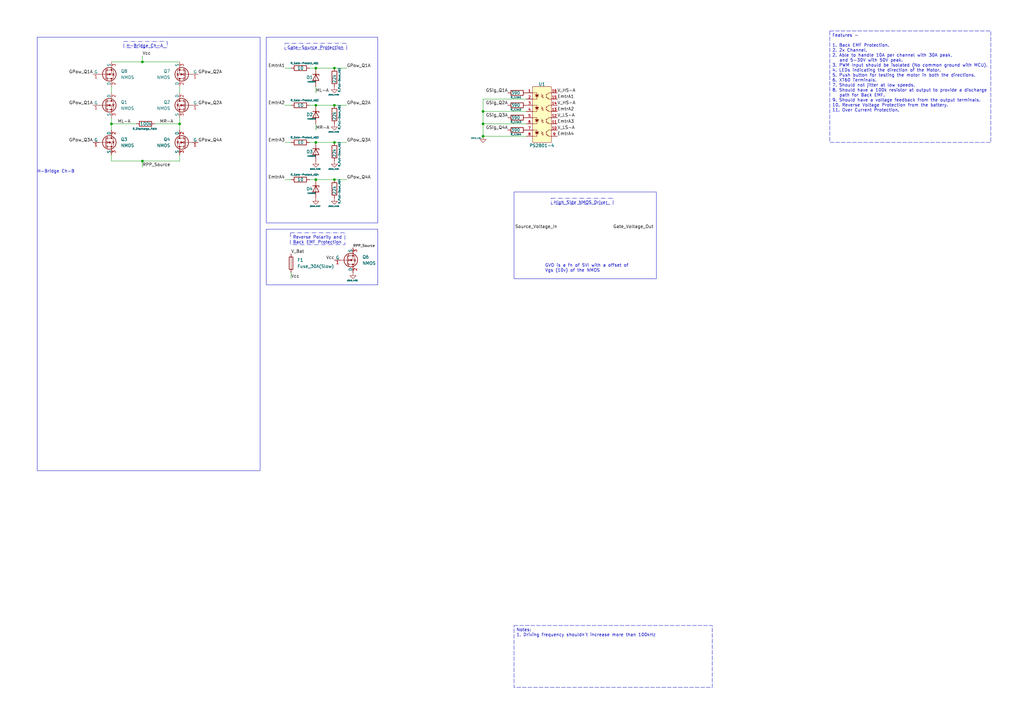
<source format=kicad_sch>
(kicad_sch (version 20230121) (generator eeschema)
  (paper "A3")
  (title_block (title "RM_Motor-Driver") (date "2023-06-29") (rev "V1") (company "RoboManipal"))
  (lib_symbols
    (symbol "Device:D_Zener" (pin_numbers hide) (pin_names (offset 1.016) hide)
      (property "Reference" "D" (at 0 2.54 0))
      (property "Value" "D_Zener" (at 0 -2.54 0))
      (symbol "D_Zener_0_1"
        (polyline (pts (xy 1.27 0) (xy -1.27 0)))
        (polyline (pts (xy -1.27 -1.27) (xy -1.27 1.27) (xy -0.762 1.27)) (stroke (width 0.254)))
        (polyline (pts (xy 1.27 -1.27) (xy 1.27 1.27) (xy -1.27 0) (xy 1.27 -1.27)) (stroke (width 0.254)))
      )
      (symbol "D_Zener_1_1"
        (pin passive line (at -3.81 0 0) (length 2.54) (name "K") (number "1"))
        (pin passive line (at 3.81 0 180) (length 2.54) (name "A") (number "2"))
      )
    )
    (symbol "Device:Fuse" (pin_numbers hide) (pin_names (offset 0))
      (property "Reference" "F" (at 2.032 0 90))
      (property "Value" "Fuse" (at -1.905 0 90))
      (symbol "Fuse_0_1"
        (rectangle (start -0.762 -2.54) (end 0.762 2.54) (stroke (width 0.254)))
        (polyline (pts (xy 0 2.54) (xy 0 -2.54)))
      )
      (symbol "Fuse_1_1"
        (pin passive line (at 0 3.81 270) (length 1.27) (name "~") (number "1"))
        (pin passive line (at 0 -3.81 90) (length 1.27) (name "~") (number "2"))
      )
    )
    (symbol "Device:R" (pin_numbers hide) (pin_names (offset 0))
      (property "Reference" "R" (at 2.032 0 90))
      (property "Value" "R" (at 0 0 90))
      (symbol "R_0_1"
        (rectangle (start -1.016 -2.54) (end 1.016 2.54) (stroke (width 0.254)))
      )
      (symbol "R_1_1"
        (pin passive line (at 0 3.81 270) (length 1.27) (name "~") (number "1"))
        (pin passive line (at 0 -3.81 90) (length 1.27) (name "~") (number "2"))
      )
    )
    (symbol "Tesla_Lib:NMOS" (pin_names (offset 0))
      (property "Reference" "Q" (at -2.54 5.08 0))
      (property "Value" "NMOS" (at 1.27 0 0))
      (symbol "NMOS_0_1"
        (circle (center -0.889 0) (radius 2.794) (stroke (width 0.254)))
        (circle (center 0 -1.778) (radius 0.254) (fill (type outline)))
        (polyline (pts (xy -2.286 0) (xy -5.08 0)))
        (polyline (pts (xy -2.286 1.905) (xy -2.286 -1.905)) (stroke (width 0.254)))
        (polyline (pts (xy -1.778 -1.27) (xy -1.778 -2.286)) (stroke (width 0.254)))
        (polyline (pts (xy -1.778 0.508) (xy -1.778 -0.508)) (stroke (width 0.254)))
        (polyline (pts (xy -1.778 2.286) (xy -1.778 1.27)) (stroke (width 0.254)))
        (polyline (pts (xy 0 2.54) (xy 0 1.778)))
        (polyline (pts (xy 0 -2.54) (xy 0 0) (xy -1.778 0)))
        (polyline (pts (xy -1.778 -1.778) (xy 0.762 -1.778) (xy 0.762 1.778) (xy -1.778 1.778)))
        (polyline (pts (xy -1.524 0) (xy -0.508 0.381) (xy -0.508 -0.381) (xy -1.524 0)) (fill (type outline)))
        (polyline (pts (xy 0.254 0.508) (xy 0.381 0.381) (xy 1.143 0.381) (xy 1.27 0.254)))
        (polyline (pts (xy 0.762 0.381) (xy 0.381 -0.254) (xy 1.143 -0.254) (xy 0.762 0.381)))
        (circle (center 0 1.778) (radius 0.254) (fill (type outline)))
      )
      (symbol "NMOS_1_1"
        (pin input line (at -7.62 0 0) (length 2.54) (name "G") (number "1"))
        (pin passive line (at 0 5.08 270) (length 2.54) (name "D") (number "2"))
        (pin passive line (at 0 -5.08 90) (length 2.54) (name "S") (number "3"))
      )
    )
    (symbol "Tesla_Lib:PS2801-4" (pin_names hide)
      (property "Reference" "U" (at 0 13.97 0))
      (property "Value" "PS2801-4" (at 0 -11.43 0))
      (symbol "PS2801-4_1_0"
        (polyline (pts (xy -3.81 -5.08) (xy -2.032 -5.08)))
        (polyline (pts (xy -3.81 0) (xy -2.032 0)))
        (polyline (pts (xy -3.81 5.08) (xy -2.032 5.08)))
        (polyline (pts (xy -3.81 10.16) (xy -2.032 10.16)))
        (polyline (pts (xy -2.032 -7.62) (xy -3.81 -7.62)))
        (polyline (pts (xy -2.032 -6.604) (xy -2.794 -6.604)))
        (polyline (pts (xy -2.032 -6.604) (xy -2.032 -7.62)))
        (polyline (pts (xy -2.032 -5.08) (xy -2.032 -5.842)))
        (polyline (pts (xy -2.032 -2.54) (xy -3.81 -2.54)))
        (polyline (pts (xy -2.032 -1.524) (xy -2.794 -1.524)))
        (polyline (pts (xy -2.032 -1.524) (xy -2.032 -2.54)))
        (polyline (pts (xy -2.032 0) (xy -2.032 -0.762)))
        (polyline (pts (xy -2.032 2.54) (xy -3.81 2.54)))
        (polyline (pts (xy -2.032 3.556) (xy -2.794 3.556)))
        (polyline (pts (xy -2.032 3.556) (xy -2.032 2.54)))
        (polyline (pts (xy -2.032 5.08) (xy -2.032 4.318)))
        (polyline (pts (xy -2.032 7.62) (xy -3.81 7.62)))
        (polyline (pts (xy -2.032 8.636) (xy -2.794 8.636)))
        (polyline (pts (xy -2.032 8.636) (xy -2.032 7.62)))
        (polyline (pts (xy -2.032 10.16) (xy -2.032 9.398)))
        (polyline (pts (xy -1.27 -6.604) (xy -2.032 -6.604)))
        (polyline (pts (xy -1.27 -1.524) (xy -2.032 -1.524)))
        (polyline (pts (xy -1.27 3.556) (xy -2.032 3.556)))
        (polyline (pts (xy -1.27 8.636) (xy -2.032 8.636)))
        (polyline (pts (xy -0.254 -6.35) (xy 0.508 -7.112)))
        (polyline (pts (xy -0.254 -5.588) (xy 0.508 -6.35)))
        (polyline (pts (xy -0.254 -1.27) (xy 0.508 -2.032)))
        (polyline (pts (xy -0.254 -0.508) (xy 0.508 -1.27)))
        (polyline (pts (xy -0.254 3.81) (xy 0.508 3.048)))
        (polyline (pts (xy -0.254 4.572) (xy 0.508 3.81)))
        (polyline (pts (xy -0.254 8.89) (xy 0.508 8.128)))
        (polyline (pts (xy -0.254 9.652) (xy 0.508 8.89)))
        (polyline (pts (xy 0.508 -6.35) (xy -0.254 -6.35)))
        (polyline (pts (xy 0.508 -1.27) (xy -0.254 -1.27)))
        (polyline (pts (xy 0.508 3.81) (xy -0.254 3.81)))
        (polyline (pts (xy 0.508 8.89) (xy -0.254 8.89)))
        (polyline (pts (xy 1.778 -6.858) (xy 1.778 -7.112)))
        (polyline (pts (xy 1.778 -6.858) (xy 2.032 -6.858)))
        (polyline (pts (xy 1.778 -5.842) (xy 1.778 -6.858)))
        (polyline (pts (xy 1.778 -5.842) (xy 2.032 -5.842)))
        (polyline (pts (xy 1.778 -5.588) (xy 1.778 -5.842)))
        (polyline (pts (xy 1.778 -1.778) (xy 1.778 -2.032)))
        (polyline (pts (xy 1.778 -1.778) (xy 2.032 -1.778)))
        (polyline (pts (xy 1.778 -0.762) (xy 1.778 -1.778)))
        (polyline (pts (xy 1.778 -0.762) (xy 2.032 -0.762)))
        (polyline (pts (xy 1.778 -0.508) (xy 1.778 -0.762)))
        (polyline (pts (xy 1.778 3.302) (xy 1.778 3.048)))
        (polyline (pts (xy 1.778 3.302) (xy 2.032 3.302)))
        (polyline (pts (xy 1.778 4.318) (xy 1.778 3.302)))
        (polyline (pts (xy 1.778 4.318) (xy 2.032 4.318)))
        (polyline (pts (xy 1.778 4.572) (xy 1.778 4.318)))
        (polyline (pts (xy 1.778 8.382) (xy 1.778 8.128)))
        (polyline (pts (xy 1.778 8.382) (xy 2.032 8.382)))
        (polyline (pts (xy 1.778 9.398) (xy 1.778 8.382)))
        (polyline (pts (xy 1.778 9.398) (xy 2.032 9.398)))
        (polyline (pts (xy 1.778 9.652) (xy 1.778 9.398)))
        (polyline (pts (xy 2.032 -6.858) (xy 2.54 -7.366)))
        (polyline (pts (xy 2.032 -5.842) (xy 2.794 -5.08)))
        (polyline (pts (xy 2.032 -1.778) (xy 2.54 -2.286)))
        (polyline (pts (xy 2.032 -0.762) (xy 2.794 0)))
        (polyline (pts (xy 2.032 3.302) (xy 2.54 2.794)))
        (polyline (pts (xy 2.032 4.318) (xy 2.794 5.08)))
        (polyline (pts (xy 2.032 8.382) (xy 2.54 7.874)))
        (polyline (pts (xy 2.032 9.398) (xy 2.794 10.16)))
        (polyline (pts (xy 2.54 -7.366) (xy 2.794 -7.62)))
        (polyline (pts (xy 2.54 -2.286) (xy 2.794 -2.54)))
        (polyline (pts (xy 2.54 2.794) (xy 2.794 2.54)))
        (polyline (pts (xy 2.54 7.874) (xy 2.794 7.62)))
        (polyline (pts (xy 2.794 -7.62) (xy 3.81 -7.62)))
        (polyline (pts (xy 2.794 -5.08) (xy 3.81 -5.08)))
        (polyline (pts (xy 2.794 -2.54) (xy 3.81 -2.54)))
        (polyline (pts (xy 2.794 0) (xy 3.81 0)))
        (polyline (pts (xy 2.794 2.54) (xy 3.81 2.54)))
        (polyline (pts (xy 2.794 5.08) (xy 3.81 5.08)))
        (polyline (pts (xy 2.794 7.62) (xy 3.81 7.62)))
        (polyline (pts (xy 2.794 10.16) (xy 3.81 10.16)))
      )
      (symbol "PS2801-4_1_1"
        (polyline (pts (xy 0.508 -7.112) (xy 0.508 -6.858) (xy 0.254 -7.112) (xy 0.508 -7.112)) (fill (type background)))
        (polyline (pts (xy 0.508 -2.032) (xy 0.508 -1.778) (xy 0.254 -2.032) (xy 0.508 -2.032)) (fill (type background)))
        (polyline (pts (xy 0.508 3.048) (xy 0.508 3.302) (xy 0.254 3.048) (xy 0.508 3.048)) (fill (type background)))
        (polyline (pts (xy 0.508 8.128) (xy 0.508 8.382) (xy 0.254 8.128) (xy 0.508 8.128)) (fill (type background)))
        (polyline (pts (xy 2.54 -7.366) (xy 2.54 -7.112) (xy 2.286 -7.366) (xy 2.54 -7.366)) (fill (type background)))
        (polyline (pts (xy 2.54 -2.286) (xy 2.54 -2.032) (xy 2.286 -2.286) (xy 2.54 -2.286)) (fill (type background)))
        (polyline (pts (xy 2.54 2.794) (xy 2.54 3.048) (xy 2.286 2.794) (xy 2.54 2.794)) (fill (type background)))
        (polyline (pts (xy 2.54 7.874) (xy 2.54 8.128) (xy 2.286 7.874) (xy 2.54 7.874)) (fill (type background)))
        (polyline (pts (xy -2.794 -5.842) (xy -1.27 -5.842) (xy -1.27 -5.842) (xy -2.032 -6.604) (xy -2.032 -6.604) (xy -2.794 -5.842)) (fill (type outline)))
        (polyline (pts (xy -2.794 -0.762) (xy -1.27 -0.762) (xy -1.27 -0.762) (xy -2.032 -1.524) (xy -2.032 -1.524) (xy -2.794 -0.762)) (fill (type outline)))
        (polyline (pts (xy -2.794 4.318) (xy -1.27 4.318) (xy -1.27 4.318) (xy -2.032 3.556) (xy -2.032 3.556) (xy -2.794 4.318)) (fill (type outline)))
        (polyline (pts (xy -2.794 9.398) (xy -1.27 9.398) (xy -1.27 9.398) (xy -2.032 8.636) (xy -2.032 8.636) (xy -2.794 9.398)) (fill (type outline)))
        (polyline (pts (xy -3.81 12.7) (xy 3.81 12.7) (xy 3.81 8.89) (xy 3.81 6.35) (xy 3.81 3.81) (xy 3.81 1.27) (xy 3.81 -10.16) (xy -3.81 -10.16) (xy -3.81 1.27) (xy -3.81 3.81) (xy -3.81 6.35) (xy -3.81 8.89) (xy -3.81 12.7)) (fill (type background)))
        (pin bidirectional line (at -6.35 10.16 0) (length 2.54) (name "A1") (number "1"))
        (pin bidirectional line (at 6.35 -5.08 180) (length 2.54) (name "CL4") (number "10"))
        (pin bidirectional line (at 6.35 -2.54 180) (length 2.54) (name "EM3") (number "11"))
        (pin bidirectional line (at 6.35 0 180) (length 2.54) (name "CL3") (number "12"))
        (pin bidirectional line (at 6.35 2.54 180) (length 2.54) (name "EM2") (number "13"))
        (pin bidirectional line (at 6.35 5.08 180) (length 2.54) (name "CL2") (number "14"))
        (pin bidirectional line (at 6.35 7.62 180) (length 2.54) (name "EM1") (number "15"))
        (pin bidirectional line (at 6.35 10.16 180) (length 2.54) (name "CL1") (number "16"))
        (pin bidirectional line (at -6.35 7.62 0) (length 2.54) (name "C1") (number "2"))
        (pin bidirectional line (at -6.35 5.08 0) (length 2.54) (name "A2") (number "3"))
        (pin bidirectional line (at -6.35 2.54 0) (length 2.54) (name "C2") (number "4"))
        (pin bidirectional line (at -6.35 0 0) (length 2.54) (name "A3") (number "5"))
        (pin bidirectional line (at -6.35 -2.54 0) (length 2.54) (name "C3") (number "6"))
        (pin bidirectional line (at -6.35 -5.08 0) (length 2.54) (name "A4") (number "7"))
        (pin bidirectional line (at -6.35 -7.62 0) (length 2.54) (name "C4") (number "8"))
        (pin bidirectional line (at 6.35 -7.62 180) (length 2.54) (name "EM4") (number "9"))
      )
    )
    (symbol "power:GND" (power) (pin_names (offset 0))
      (property "Value" "GND" (at 0 -3.81 0))
      (symbol "GND_0_1"
        (polyline (pts (xy 0 0) (xy 0 -1.27) (xy 1.27 -1.27) (xy 0 -2.54) (xy -1.27 -1.27) (xy 0 -1.27)))
      )
      (symbol "GND_1_1"
        (pin power_in line (at 0 0 270) (length 0) hide (name "GND") (number "1"))
      )
    )
    (symbol "power:GND2" (power) (pin_names (offset 0))
      (property "Value" "GND2" (at 0 -3.81 0))
      (symbol "GND2_0_1"
        (polyline (pts (xy 0 0) (xy 0 -1.27) (xy 1.27 -1.27) (xy 0 -2.54) (xy -1.27 -1.27) (xy 0 -1.27)))
      )
      (symbol "GND2_1_1"
        (pin power_in line (at 0 0 270) (length 0) hide (name "GND2") (number "1"))
      )
    )
  )
  (junction (at 129.54 43.18))
  (junction (at 129.54 58.42))
  (junction (at 198.12 50.8))
  (junction (at 137.16 58.42))
  (junction (at 198.12 45.72))
  (junction (at 58.42 66.04))
  (junction (at 137.16 73.66))
  (junction (at 137.16 43.18))
  (junction (at 137.16 27.94))
  (junction (at 45.72 50.8))
  (junction (at 58.42 25.4))
  (junction (at 73.66 50.8))
  (junction (at 129.54 27.94))
  (junction (at 198.12 55.88))
  (junction (at 129.54 73.66))
  (wire (pts (xy 119.38 111.76) (xy 119.38 114.3)))
  (wire (pts (xy 58.42 25.4) (xy 73.66 25.4)))
  (wire (pts (xy 198.12 50.8) (xy 198.12 55.88)))
  (wire (pts (xy 129.54 73.66) (xy 137.16 73.66)))
  (wire (pts (xy 198.12 40.64) (xy 198.12 45.72)))
  (wire (pts (xy 129.54 35.56) (xy 129.54 38.1)))
  (wire (pts (xy 137.16 43.18) (xy 142.24 43.18)))
  (wire (pts (xy 198.12 45.72) (xy 198.12 50.8)))
  (wire (pts (xy 58.42 66.04) (xy 58.42 68.58)))
  (wire (pts (xy 63.5 50.8) (xy 73.66 50.8)))
  (wire (pts (xy 198.12 55.88) (xy 215.9 55.88)))
  (wire (pts (xy 116.84 73.66) (xy 119.38 73.66)))
  (wire (pts (xy 198.12 40.64) (xy 215.9 40.64)))
  (wire (pts (xy 129.54 58.42) (xy 137.16 58.42)))
  (wire (pts (xy 129.54 43.18) (xy 137.16 43.18)))
  (wire (pts (xy 45.72 25.4) (xy 58.42 25.4)))
  (wire (pts (xy 45.72 50.8) (xy 55.88 50.8)))
  (wire (pts (xy 198.12 45.72) (xy 215.9 45.72)))
  (wire (pts (xy 58.42 66.04) (xy 73.66 66.04)))
  (wire (pts (xy 73.66 35.56) (xy 73.66 38.1)))
  (wire (pts (xy 129.54 27.94) (xy 137.16 27.94)))
  (wire (pts (xy 116.84 27.94) (xy 119.38 27.94)))
  (wire (pts (xy 127 27.94) (xy 129.54 27.94)))
  (wire (pts (xy 127 58.42) (xy 129.54 58.42)))
  (wire (pts (xy 116.84 43.18) (xy 119.38 43.18)))
  (wire (pts (xy 127 43.18) (xy 129.54 43.18)))
  (wire (pts (xy 45.72 50.8) (xy 45.72 53.34)))
  (wire (pts (xy 129.54 50.8) (xy 129.54 53.34)))
  (wire (pts (xy 45.72 48.26) (xy 45.72 50.8)))
  (wire (pts (xy 116.84 58.42) (xy 119.38 58.42)))
  (wire (pts (xy 45.72 35.56) (xy 45.72 38.1)))
  (wire (pts (xy 73.66 48.26) (xy 73.66 50.8)))
  (wire (pts (xy 137.16 58.42) (xy 142.24 58.42)))
  (wire (pts (xy 45.72 66.04) (xy 58.42 66.04)))
  (wire (pts (xy 73.66 63.5) (xy 73.66 66.04)))
  (wire (pts (xy 45.72 63.5) (xy 45.72 66.04)))
  (wire (pts (xy 73.66 50.8) (xy 73.66 53.34)))
  (wire (pts (xy 137.16 27.94) (xy 142.24 27.94)))
  (wire (pts (xy 127 73.66) (xy 129.54 73.66)))
  (wire (pts (xy 137.16 73.66) (xy 142.24 73.66)))
  (wire (pts (xy 198.12 50.8) (xy 215.9 50.8)))
  (wire (pts (xy 58.42 22.86) (xy 58.42 25.4)))
  (rectangle (start 109.22 93.98) (end 154.94 116.84))
  (rectangle (start 109.22 15.24) (end 154.94 91.44))
  (rectangle (start 210.82 78.74) (end 269.24 114.3))
  (rectangle (start 15.24 15.24) (end 106.68 193.04))
  (text_box "High Side NMOS Driver" (at 226.06 81.28 0) (size 25.4 2.54) (stroke (width 0) (type dash_dot)) (effects (font (size 1.27 1.27)) (justify left top)))
  (text_box "Notes:\n1. Driving frequency shouldn't increase more than 100kHz\n" (at 210.82 256.54 0) (size 81.28 25.4) (stroke (width 0) (type dash)) (effects (font (size 1.27 1.27)) (justify left top)))
  (text_box "Features - \n\n1. Back EMF Protection.\n2. 2x Channel.\n2. Able to handle 10A per channel with 30A peak,\n   and 5-30V with 50V peak.\n3. PWM Input should be isolated (No common ground with MCU).\n4. LEDs indicating the direction of the Motor.\n5. Push button for testing the motor in both the directions.\n6. XT60 Terminals.\n7. Should not jitter at low speeds.\n8. Should have a 100k resistor at output to provide a discharge\n   path for Back EMF.\n9. Should have a voltage feedback from the output terminals.\n10. Reverse Voltage Protection from the battery.\n11. Over Current Protection.\n\n" (at 340.36 12.7 0) (size 66.04 45.72) (stroke (width 0) (type dash)) (effects (font (size 1.27 1.27)) (justify left top)))
  (text_box "Reverse Polarity and Back EMF Protection" (at 119.126 95.504 0) (size 22.352 4.826) (stroke (width 0) (type dash_dot)) (effects (font (size 1.27 1.27)) (justify left top)))
  (text_box "Gate-Source Protection" (at 116.84 17.78 0) (size 25.4 2.54) (stroke (width 0) (type dash_dot)) (effects (font (size 1.27 1.27)) (justify left top)))
  (text_box "H-Bridge Ch-A\n" (at 50.8 17.018 0) (size 17.78 2.54) (stroke (width 0) (type dash_dot)) (effects (font (size 1.27 1.27)) (justify left top)))
  (text "GVO is a fn of SVI with a offset of\nVgs (10v) of the NMOS" (at 223.52 111.76 0) (effects (font (size 1.27 1.27)) (justify left bottom)))
  (text "H-Bridge Ch-B\n" (at 15.24 71.12 0) (effects (font (size 1.27 1.27)) (justify left bottom)))
  (label "V_HS-A" (at 228.6 43.18 0))
  (label "EmtrA1" (at 116.84 27.94 180))
  (label "EmtrA1" (at 228.6 40.64 0))
  (label "RPP_Source" (at 58.42 68.58 0))
  (label "ML-A" (at 129.54 38.1 0))
  (label "GSig_Q1A" (at 208.28 38.1 180))
  (label "Vcc" (at 119.38 114.3 0))
  (label "GPow_Q1A" (at 142.24 27.94 0))
  (label "Vcc" (at 58.42 22.86 0))
  (label "V_LS-A" (at 228.6 53.34 0))
  (label "EmtrA3" (at 228.6 50.8 0))
  (label "GPow_Q3A" (at 142.24 58.42 0))
  (label "GPow_Q4A" (at 142.24 73.66 0))
  (label "GPow_Q1A" (at 38.1 43.18 180))
  (label "GPow_Q2A" (at 142.24 43.18 0))
  (label "V_LS-A" (at 228.6 48.26 0))
  (label "RPP_Source" (at 144.78 101.6 0) (effects (font (size 1 1))))
  (label "Gate_Voltage_Out" (at 251.46 93.98 0))
  (label "MR-A" (at 129.54 53.34 0))
  (label "GPow_Q3A" (at 38.1 58.42 180))
  (label "GSig_Q3A" (at 208.28 48.26 180))
  (label "EmtrA4" (at 116.84 73.66 180))
  (label "MR-A" (at 71.12 50.8 180))
  (label "GPow_Q4A" (at 81.28 58.42 0))
  (label "GPow_Q2A" (at 81.28 30.48 0))
  (label "V_HS-A" (at 228.6 38.1 0))
  (label "EmtrA3" (at 116.84 58.42 180))
  (label "GPow_Q1A" (at 38.1 30.48 180))
  (label "GSig_Q4A" (at 208.28 53.34 180))
  (label "ML-A" (at 48.26 50.8 0))
  (label "V_Bat" (at 119.38 104.14 0))
  (label "EmtrA4" (at 228.6 55.88 0))
  (label "GPow_Q2A" (at 81.28 43.18 0))
  (label "Source_Voltage_In" (at 228.6 93.98 180))
  (label "GSig_Q2A" (at 208.28 43.18 180))
  (label "Vcc" (at 137.16 106.68 180))
  (label "EmtrA2" (at 228.6 45.72 0))
  (label "EmtrA2" (at 116.84 43.18 180))
  (symbol (lib_id "Device:R") (at 137.16 31.75 180) (unit 1)
    (property "Reference" "R_Pull-Down_AQ1" (at 139.192 27.686 90) (effects (font (size 0.75 0.75)) (justify left)))
    (property "Value" "22k" (at 137.16 30.48 90) (effects (justify left)))
    (property "Footprint" "Resistor_THT:R_Axial_DIN0204_L3.6mm_D1.6mm_P5.08mm_Horizontal" (effects hide))
  )
  (symbol (lib_id "Device:R") (at 212.09 43.18 90) (unit 1)
    (property "Reference" "R_ILim2" (at 213.868 44.958 90) (effects (font (size 0.75 0.75)) (justify left)))
    (property "Value" "390" (at 213.36 43.18 90) (effects (justify left)))
    (property "Footprint" "Resistor_THT:R_Axial_DIN0204_L3.6mm_D1.6mm_P5.08mm_Horizontal" (effects hide))
  )
  (symbol (lib_id "Device:R") (at 123.19 58.42 270) (unit 1)
    (property "Reference" "R_Gate-Protect_AQ3" (at 119.126 56.388 90) (effects (font (size 0.75 0.75)) (justify left)))
    (property "Value" "10" (at 121.92 58.42 90) (effects (justify left)))
    (property "Footprint" "Resistor_THT:R_Axial_DIN0204_L3.6mm_D1.6mm_P5.08mm_Horizontal" (effects hide))
  )
  (symbol (lib_id "Tesla_Lib:NMOS") (at 73.66 30.48 180) (unit 1)
    (property "Reference" "Q7" (at 69.8315 29.21 0) (effects (justify left)))
    (property "Value" "NMOS" (at 69.8315 31.75 0) (effects (justify left)))
    (property "Footprint" "Package_TO_SOT_THT:TO-220-3_Vertical" (effects hide))
  )
  (symbol (lib_id "power:GND") (at 137.16 35.56 0) (unit 1)
    (property "Reference" "#GND_HV02" (at 136.906 38.862 0) (effects (font (size 0.5 0.5))))
    (property "Value" "GND" (effects hide))
  )
  (symbol (lib_id "Device:D_Zener") (at 129.54 46.99 270) (unit 1)
    (property "Reference" "D2" (at 127 46.99 90))
    (property "Value" "1N5352B" (at 127.762 48.768 90) (effects (font (size 0.5 0.5))))
    (property "Footprint" "Diode_THT:D_DO-35_SOD27_P7.62mm_Horizontal" (effects hide))
  )
  (symbol (lib_id "Device:R") (at 123.19 73.66 270) (unit 1)
    (property "Reference" "R_Gate-Protect_AQ4" (at 119.126 71.628 90) (effects (font (size 0.75 0.75)) (justify left)))
    (property "Value" "10" (at 121.92 73.66 90) (effects (justify left)))
    (property "Footprint" "Resistor_THT:R_Axial_DIN0204_L3.6mm_D1.6mm_P5.08mm_Horizontal" (effects hide))
  )
  (symbol (lib_id "Tesla_Lib:NMOS") (at 73.66 58.42 0) (mirror y) (unit 1)
    (property "Reference" "Q4" (at 69.85 57.15 0) (effects (justify left)))
    (property "Value" "NMOS" (at 69.85 59.69 0) (effects (justify left)))
    (property "Footprint" "Package_TO_SOT_THT:TO-220-3_Vertical" (effects hide))
  )
  (symbol (lib_id "Tesla_Lib:NMOS") (at 144.78 106.68 0) (mirror x) (unit 1)
    (property "Reference" "Q6" (at 148.59 105.41 0) (effects (justify left)))
    (property "Value" "NMOS" (at 148.59 107.95 0) (effects (justify left)))
    (property "Footprint" "Package_TO_SOT_THT:TO-220-3_Vertical" (effects hide))
  )
  (symbol (lib_id "Device:Fuse") (at 119.38 107.95 0) (unit 1)
    (property "Reference" "F1" (at 121.92 106.68 0) (effects (justify left)))
    (property "Value" "Fuse_30A(Slow)" (at 121.92 109.22 0) (effects (justify left)))
  )
  (symbol (lib_id "Device:R") (at 212.09 48.26 90) (unit 1)
    (property "Reference" "R_ILim3" (at 213.868 50.038 90) (effects (font (size 0.75 0.75)) (justify left)))
    (property "Value" "390" (at 213.36 48.26 90) (effects (justify left)))
    (property "Footprint" "Resistor_THT:R_Axial_DIN0204_L3.6mm_D1.6mm_P5.08mm_Horizontal" (effects hide))
  )
  (symbol (lib_id "Tesla_Lib:NMOS") (at 73.66 43.18 0) (mirror y) (unit 1)
    (property "Reference" "Q2" (at 69.85 41.91 0) (effects (justify left)))
    (property "Value" "NMOS" (at 69.85 44.45 0) (effects (justify left)))
    (property "Footprint" "Package_TO_SOT_THT:TO-220-3_Vertical" (effects hide))
  )
  (symbol (lib_id "Tesla_Lib:NMOS") (at 45.72 58.42 0) (unit 1)
    (property "Reference" "Q3" (at 49.53 57.15 0) (effects (justify left)))
    (property "Value" "NMOS" (at 49.53 59.69 0) (effects (justify left)))
    (property "Footprint" "Package_TO_SOT_THT:TO-220-3_Vertical" (effects hide))
  )
  (symbol (lib_id "power:GND") (at 129.54 66.04 0) (unit 1)
    (property "Reference" "#GND_HV06" (at 129.286 69.342 0) (effects (font (size 0.5 0.5))))
    (property "Value" "GND" (effects hide))
  )
  (symbol (lib_id "power:GND2") (at 198.12 55.88 0) (unit 1)
    (property "Reference" "#GND_LV04" (at 195.326 56.642 0) (effects (font (size 0.5 0.5))))
    (property "Value" "GND2" (effects hide))
  )
  (symbol (lib_id "Tesla_Lib:NMOS") (at 45.72 30.48 0) (mirror x) (unit 1)
    (property "Reference" "Q8" (at 49.5485 29.21 0) (effects (justify left)))
    (property "Value" "NMOS" (at 49.5485 31.75 0) (effects (justify left)))
    (property "Footprint" "Package_TO_SOT_THT:TO-220-3_Vertical" (effects hide))
  )
  (symbol (lib_id "power:GND") (at 129.54 81.28 0) (unit 1)
    (property "Reference" "#GND_HV07" (at 129.286 84.582 0) (effects (font (size 0.5 0.5))))
    (property "Value" "GND" (effects hide))
  )
  (symbol (lib_id "power:GND") (at 144.78 111.76 0) (unit 1)
    (property "Reference" "#GND_HV08" (at 144.526 115.062 0) (effects (font (size 0.5 0.5))))
    (property "Value" "GND" (effects hide))
  )
  (symbol (lib_id "Tesla_Lib:NMOS") (at 45.72 43.18 0) (unit 1)
    (property "Reference" "Q1" (at 49.53 41.91 0) (effects (justify left)))
    (property "Value" "NMOS" (at 49.53 44.45 0) (effects (justify left)))
    (property "Footprint" "Package_TO_SOT_THT:TO-220-3_Vertical" (effects hide))
  )
  (symbol (lib_id "Device:R") (at 137.16 62.23 180) (unit 1)
    (property "Reference" "R_Pull-Down_AQ3" (at 139.192 58.166 90) (effects (font (size 0.75 0.75)) (justify left)))
    (property "Value" "22k" (at 137.16 60.96 90) (effects (justify left)))
    (property "Footprint" "Resistor_THT:R_Axial_DIN0204_L3.6mm_D1.6mm_P5.08mm_Horizontal" (effects hide))
  )
  (symbol (lib_id "Device:R") (at 137.16 77.47 180) (unit 1)
    (property "Reference" "R_Pull-Down_AQ4" (at 139.192 73.406 90) (effects (font (size 0.75 0.75)) (justify left)))
    (property "Value" "22k" (at 137.16 76.2 90) (effects (justify left)))
    (property "Footprint" "Resistor_THT:R_Axial_DIN0204_L3.6mm_D1.6mm_P5.08mm_Horizontal" (effects hide))
  )
  (symbol (lib_id "power:GND") (at 137.16 81.28 0) (unit 1)
    (property "Reference" "#GND_HV05" (at 136.906 84.582 0) (effects (font (size 0.5 0.5))))
    (property "Value" "GND" (effects hide))
  )
  (symbol (lib_id "Device:D_Zener") (at 129.54 77.47 270) (unit 1)
    (property "Reference" "D4" (at 127 77.47 90))
    (property "Value" "1N5352B" (at 127.762 79.248 90) (effects (font (size 0.5 0.5))))
    (property "Footprint" "Diode_THT:D_DO-35_SOD27_P7.62mm_Horizontal" (effects hide))
  )
  (symbol (lib_id "Device:R") (at 212.09 53.34 90) (unit 1)
    (property "Reference" "R_ILim4" (at 213.868 55.118 90) (effects (font (size 0.75 0.75)) (justify left)))
    (property "Value" "390" (at 213.36 53.34 90) (effects (justify left)))
    (property "Footprint" "Resistor_THT:R_Axial_DIN0204_L3.6mm_D1.6mm_P5.08mm_Horizontal" (effects hide))
  )
  (symbol (lib_id "power:GND") (at 137.16 66.04 0) (unit 1)
    (property "Reference" "#GND_HV04" (at 136.906 69.342 0) (effects (font (size 0.5 0.5))))
    (property "Value" "GND" (effects hide))
  )
  (symbol (lib_id "Tesla_Lib:PS2801-4") (at 222.25 48.26 0) (unit 1)
    (property "Reference" "U1" (at 222.25 34.544 0))
    (property "Value" "PS2801-4" (at 222.25 59.69 0))
    (property "Footprint" "Package_DIP:DIP-16_W7.62mm" (effects hide))
  )
  (symbol (lib_id "power:GND") (at 137.16 50.8 0) (unit 1)
    (property "Reference" "#GND_HV03" (at 136.906 54.102 0) (effects (font (size 0.5 0.5))))
    (property "Value" "GND" (effects hide))
  )
  (symbol (lib_id "Device:R") (at 59.69 50.8 270) (unit 1)
    (property "Reference" "R_Discharge_Path" (at 54.356 52.832 90) (effects (font (size 0.75 0.75)) (justify left)))
    (property "Value" "100k" (at 57.404 50.8 90) (effects (justify left)))
    (property "Footprint" "Resistor_THT:R_Axial_DIN0204_L3.6mm_D1.6mm_P5.08mm_Horizontal" (effects hide))
  )
  (symbol (lib_id "Device:R") (at 123.19 43.18 270) (unit 1)
    (property "Reference" "R_Gate-Protect_AQ2" (at 119.126 41.148 90) (effects (font (size 0.75 0.75)) (justify left)))
    (property "Value" "10" (at 121.92 43.18 90) (effects (justify left)))
    (property "Footprint" "Resistor_THT:R_Axial_DIN0204_L3.6mm_D1.6mm_P5.08mm_Horizontal" (effects hide))
  )
  (symbol (lib_id "Device:R") (at 212.09 38.1 90) (unit 1)
    (property "Reference" "R_ILim1" (at 213.868 39.878 90) (effects (font (size 0.75 0.75)) (justify left)))
    (property "Value" "390" (at 213.36 38.1 90) (effects (justify left)))
    (property "Footprint" "Resistor_THT:R_Axial_DIN0204_L3.6mm_D1.6mm_P5.08mm_Horizontal" (effects hide))
  )
  (symbol (lib_id "Device:R") (at 123.19 27.94 270) (unit 1)
    (property "Reference" "R_Gate-Protect_AQ1" (at 119.126 25.908 90) (effects (font (size 0.75 0.75)) (justify left)))
    (property "Value" "10" (at 121.92 27.94 90) (effects (justify left)))
    (property "Footprint" "Resistor_THT:R_Axial_DIN0204_L3.6mm_D1.6mm_P5.08mm_Horizontal" (effects hide))
  )
  (symbol (lib_id "Device:D_Zener") (at 129.54 62.23 270) (unit 1)
    (property "Reference" "D3" (at 127 62.23 90))
    (property "Value" "1N5352B" (at 127.762 64.008 90) (effects (font (size 0.5 0.5))))
    (property "Footprint" "Diode_THT:D_DO-35_SOD27_P7.62mm_Horizontal" (effects hide))
  )
  (symbol (lib_id "Device:R") (at 137.16 46.99 180) (unit 1)
    (property "Reference" "R_Pull-Down_AQ2" (at 139.192 42.926 90) (effects (font (size 0.75 0.75)) (justify left)))
    (property "Value" "22k" (at 137.16 45.72 90) (effects (justify left)))
    (property "Footprint" "Resistor_THT:R_Axial_DIN0204_L3.6mm_D1.6mm_P5.08mm_Horizontal" (effects hide))
  )
  (symbol (lib_id "Device:D_Zener") (at 129.54 31.75 270) (unit 1)
    (property "Reference" "D1" (at 127 31.75 90))
    (property "Value" "1N5352B" (at 127.762 33.528 90) (effects (font (size 0.5 0.5))))
    (property "Footprint" "Diode_THT:D_DO-35_SOD27_P7.62mm_Horizontal" (effects hide))
  )
)
</source>
